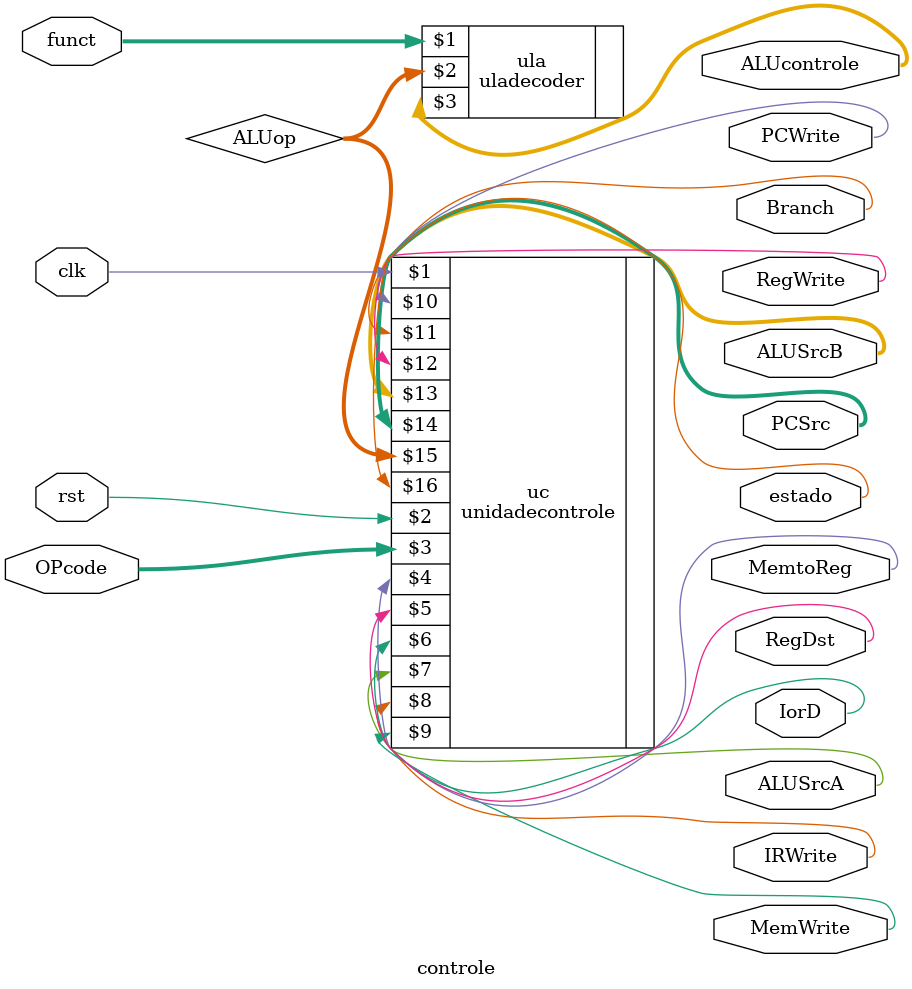
<source format=sv>
module controle(input logic clk,rst, input logic [5:0] OPcode,funct, output logic MemtoReg,RegDst,IorD,ALUSrcA,IRWrite,MemWrite,PCWrite,Branch,RegWrite,output logic [1:0] ALUSrcB,PCSrc, 
output logic [2:0] ALUcontrole, output logic estado);

logic [2:0] ALUop;

unidadecontrole uc(clk,rst,OPcode,MemtoReg,RegDst,IorD,ALUSrcA,IRWrite,MemWrite,PCWrite,Branch,RegWrite,ALUSrcB,PCSrc,ALUop,estado);
uladecoder ula(funct,ALUop,ALUcontrole);

endmodule
</source>
